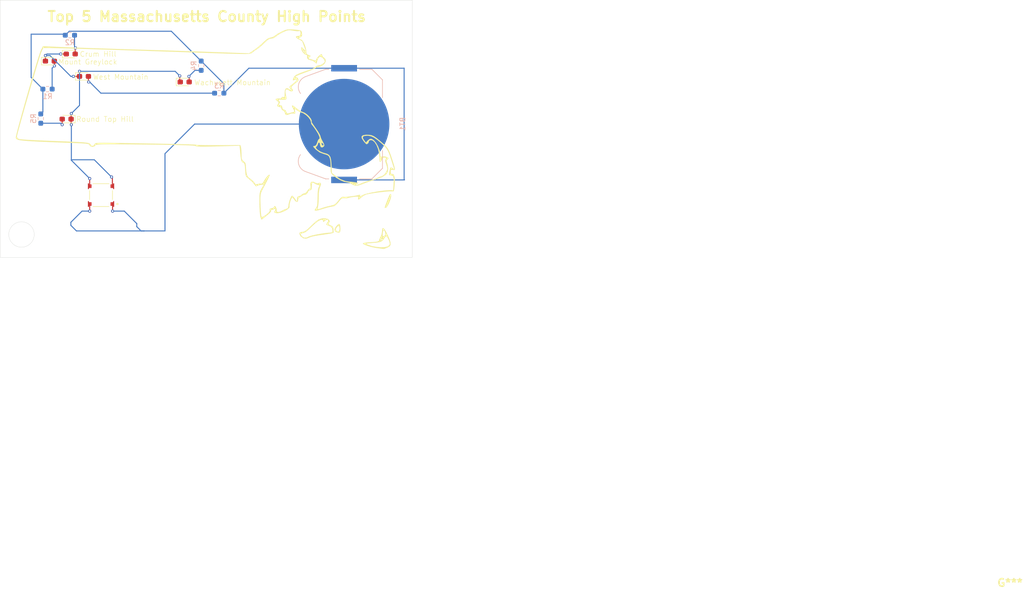
<source format=kicad_pcb>
(kicad_pcb (version 20241229) (generator "pcbnew") (generator_version "9.0")
  (title_block (title "Mass") (date "2025-07-16") (rev "0") (company "Scarab Tech LLC"))
  (layers (0 "F.Cu" signal) (2 "B.Cu" signal) (13 "F.Paste" user) (15 "B.Paste" user) (5 "F.SilkS" user "F.Silkscreen") (7 "B.SilkS" user "B.Silkscreen") (1 "F.Mask" user) (3 "B.Mask" user) (25 "Edge.Cuts" user))
  (net 0 "")
  (net 1 "Net-(D1-A)")
  (net 2 "Net-(D1-K)")
  (net 3 "Net-(D2-A)")
  (net 4 "Net-(D3-A)")
  (net 5 "Net-(D4-A)")
  (net 6 "Net-(D5-A)")
  (net 7 "VCC")
  (net 8 "GND")
  (footprint "TL3315NF160Q:SW_TL3315NF160Q" (layer "F.Cu") (at 142.43 130.55 180)
    (property "Reference" "S1" (hide yes))
    (property "Value" "TL3315NF160Q")
    (fp_line (start 2.25 -0.88) (end 2.25 0.88) (stroke (width 0.127)) (layer "F.SilkS"))
    (fp_line (start -1.555 2.25) (end 1.555 2.25) (stroke (width 0.127)) (layer "F.SilkS"))
    (fp_line (start -1.555 -2.25) (end 1.555 -2.25) (stroke (width 0.127)) (layer "F.SilkS"))
    (fp_line (start -2.25 -0.88) (end -2.25 0.88) (stroke (width 0.127)) (layer "F.SilkS"))
    (fp_circle (center -3.226 -1.75) (end -3.126 -1.75) (stroke (width 0.2)) (fill no) (layer "F.SilkS"))
    (pad "1" smd custom (at -2.23 -1.75 180) (size 0.5 0.5) (layers "F.Cu") (net 8 "GND") (options (clearance outline) (anchor rect)) (primitives (gr_poly (pts (xy -0.145 0.55) (xy -0.345 0.55) (xy -0.345 -0.55) (xy -0.145 -0.55) (xy -0.145 -0.35) (xy 0.355 -0.35) (xy 0.355 0.35) (xy -0.145 0.35)) (width 0.01) (fill yes))))
    (pad "2" smd custom (at 2.23 -1.75 180) (size 0.5 0.5) (layers "F.Cu") (net 8 "GND") (options (clearance outline) (anchor rect)) (primitives (gr_poly (pts (xy 0.145 0.35) (xy -0.355 0.35) (xy -0.355 -0.35) (xy 0.145 -0.35) (xy 0.145 -0.55) (xy 0.345 -0.55) (xy 0.345 0.55) (xy 0.145 0.55)) (width 0.01) (fill yes))))
    (pad "3" smd custom (at -2.23 1.75 180) (size 0.5 0.5) (layers "F.Cu") (net 2 "Net-(D1-K)") (options (clearance outline) (anchor rect)) (primitives (gr_poly (pts (xy -0.145 0.55) (xy -0.345 0.55) (xy -0.345 -0.55) (xy -0.145 -0.55) (xy -0.145 -0.35) (xy 0.355 -0.35) (xy 0.355 0.35) (xy -0.145 0.35)) (width 0.01) (fill yes))))
    (pad "4" smd custom (at 2.23 1.75 180) (size 0.5 0.5) (layers "F.Cu") (net 2 "Net-(D1-K)") (options (clearance outline) (anchor rect)) (primitives (gr_poly (pts (xy 0.145 0.35) (xy -0.355 0.35) (xy -0.355 -0.35) (xy 0.145 -0.35) (xy 0.145 -0.55) (xy 0.345 -0.55) (xy 0.345 0.55) (xy 0.145 0.55)) (width 0.01) (fill yes))))
  )
  (footprint "LED_SMD:LED_0603_1608Metric_Pad1.05x0.95mm_HandSolder" (layer "F.Cu") (at 158.875 108.3)
    (property "Reference" "D4" (hide yes))
    (property "Value" "LED")
    (fp_line (start -1.66 -0.735) (end -1.66 0.735) (stroke (width 0.12)) (layer "F.SilkS"))
    (fp_line (start -1.66 0.735) (end 0.8 0.735) (stroke (width 0.12)) (layer "F.SilkS"))
    (fp_line (start 0.8 -0.735) (end -1.66 -0.735) (stroke (width 0.12)) (layer "F.SilkS"))
    (pad "1" smd roundrect (at -0.875 0) (size 1.05 0.95) (layers "F.Cu" "F.Mask" "F.Paste") (net 2 "Net-(D1-K)"))
    (pad "2" smd roundrect (at 0.875 0) (size 1.05 0.95) (layers "F.Cu" "F.Mask" "F.Paste") (net 5 "Net-(D4-A)"))
  )
  (footprint "LED_SMD:LED_0603_1608Metric_Pad1.05x0.95mm_HandSolder" (layer "F.Cu") (at 132.376126 104.2)
    (property "Reference" "D1" (hide yes))
    (property "Value" "LED")
    (fp_line (start -1.66 -0.735) (end -1.66 0.735) (stroke (width 0.12)) (layer "F.SilkS"))
    (fp_line (start -1.66 0.735) (end 0.8 0.735) (stroke (width 0.12)) (layer "F.SilkS"))
    (fp_line (start 0.8 -0.735) (end -1.66 -0.735) (stroke (width 0.12)) (layer "F.SilkS"))
    (pad "1" smd roundrect (at -0.875 0) (size 1.05 0.95) (layers "F.Cu" "F.Mask" "F.Paste") (net 2 "Net-(D1-K)"))
    (pad "2" smd roundrect (at 0.875 0) (size 1.05 0.95) (layers "F.Cu" "F.Mask" "F.Paste") (net 1 "Net-(D1-A)"))
  )
  (footprint "LED_SMD:LED_0603_1608Metric_Pad1.05x0.95mm_HandSolder" (layer "F.Cu") (at 135.675 115.6 180)
    (property "Reference" "D5" (hide yes))
    (property "Value" "LED")
    (fp_line (start 0.8 -0.735) (end -1.66 -0.735) (stroke (width 0.12)) (layer "F.SilkS"))
    (fp_line (start -1.66 0.735) (end 0.8 0.735) (stroke (width 0.12)) (layer "F.SilkS"))
    (fp_line (start -1.66 -0.735) (end -1.66 0.735) (stroke (width 0.12)) (layer "F.SilkS"))
    (pad "1" smd roundrect (at -0.875 0 180) (size 1.05 0.95) (layers "F.Cu" "F.Mask" "F.Paste") (net 2 "Net-(D1-K)"))
    (pad "2" smd roundrect (at 0.875 0 180) (size 1.05 0.95) (layers "F.Cu" "F.Mask" "F.Paste") (net 6 "Net-(D5-A)"))
  )
  (footprint "LED_SMD:LED_0603_1608Metric_Pad1.05x0.95mm_HandSolder" (layer "F.Cu") (at 136.475 102.8)
    (property "Reference" "D2" (hide yes))
    (property "Value" "LED")
    (fp_line (start -1.66 -0.735) (end -1.66 0.735) (stroke (width 0.12)) (layer "F.SilkS"))
    (fp_line (start -1.66 0.735) (end 0.8 0.735) (stroke (width 0.12)) (layer "F.SilkS"))
    (fp_line (start 0.8 -0.735) (end -1.66 -0.735) (stroke (width 0.12)) (layer "F.SilkS"))
    (pad "1" smd roundrect (at -0.875 0) (size 1.05 0.95) (layers "F.Cu" "F.Mask" "F.Paste") (net 2 "Net-(D1-K)"))
    (pad "2" smd roundrect (at 0.875 0) (size 1.05 0.95) (layers "F.Cu" "F.Mask" "F.Paste") (net 3 "Net-(D2-A)"))
  )
  (footprint "Massachusetts:Mass_Outline" (layer "F.Cu") (at 321.080166 206.806759)
    (property "Reference" "G***" (at 0 0 0) (layer "F.SilkS") (effects (font (size 1.5 1.5) (thickness 0.3))))
    (property "Value" "LOGO" (hide yes))
    (fp_poly (pts (xy -131.653115 -70.284049) (xy -131.605917 -69.672097) (xy -131.605295 -69.594296) (xy -131.625289 -69.136213) (xy -131.722749 -68.925668) (xy -131.947272 -68.8704) (xy -131.994766 -68.8698) (xy -132.395506 -68.954008) (xy -132.59141 -69.074363) (xy -132.772039 -69.366867) (xy -132.747405 -69.51049) (xy -132.517183 -69.51049) (xy -132.429306 -69.264974) (xy -132.124657 -69.037326) (xy -131.89298 -69.124405) (xy -131.778356 -69.501224) (xy -131.773155 -69.636914) (xy -131.827007 -70.086174) (xy -131.984874 -70.21189) (xy -132.241222 -70.011926) (xy -132.355278 -69.861619) (xy -132.517183 -69.51049) (xy -132.747405 -69.51049) (xy -132.714028 -69.705093) (xy -132.401404 -70.163992) (xy -132.344612 -70.232403) (xy -132.009843 -70.553311) (xy -131.78355 -70.574157)) (fill yes) (layer "F.SilkS"))
    (fp_poly (pts (xy -121.622208 -76.325876) (xy -121.62055 -75.989098) (xy -121.746395 -75.468697) (xy -121.956814 -74.876333) (xy -122.208876 -74.323665) (xy -122.459652 -73.922353) (xy -122.593448 -73.79969) (xy -122.842574 -73.717012) (xy -122.908725 -73.761193) (xy -122.84796 -74.00659) (xy -122.768458 -74.239598) (xy -122.567786 -74.239598) (xy -122.482551 -74.154363) (xy -122.397316 -74.239598) (xy -122.482551 -74.324833) (xy -122.567786 -74.239598) (xy -122.768458 -74.239598) (xy -122.691744 -74.464436) (xy -122.479198 -75.033918) (xy -122.249443 -75.614227) (xy -122.109531 -75.944296) (xy -121.885906 -75.944296) (xy -121.800672 -75.859061) (xy -121.715437 -75.944296) (xy -121.800672 -76.029531) (xy -121.885906 -75.944296) (xy -122.109531 -75.944296) (xy -122.0416 -76.104553) (xy -121.894789 -76.404084) (xy -121.868563 -76.441594) (xy -121.702537 -76.454218)) (fill yes) (layer "F.SilkS"))
    (fp_poly (pts (xy -134.137394 -71.586087) (xy -133.811352 -71.376623) (xy -133.703267 -71.093846) (xy -133.829619 -70.817157) (xy -133.965233 -70.634117) (xy -133.933935 -70.513842) (xy -133.678299 -70.376914) (xy -133.435235 -70.27173) (xy -133.079413 -70.026224) (xy -132.967881 -69.631833) (xy -132.966443 -69.555333) (xy -132.953518 -69.149581) (xy -132.923826 -68.917809) (xy -132.971141 -68.843389) (xy -133.19016 -68.764578) (xy -133.618518 -68.673984) (xy -134.293851 -68.564219) (xy -135.253797 -68.427892) (xy -135.779195 -68.357168) (xy -136.511369 -68.239433) (xy -137.149798 -68.100277) (xy -137.592172 -67.963375) (xy -137.690983 -67.914756) (xy -138.325356 -67.676781) (xy -138.919234 -67.757557) (xy -139.413329 -68.147319) (xy -139.456846 -68.205546) (xy -139.618168 -68.517427) (xy -139.395277 -68.517427) (xy -139.210545 -68.212493) (xy -139.189537 -68.188966) (xy -138.731352 -67.887389) (xy -138.203453 -67.919219) (xy -137.861452 -68.092541) (xy -137.535822 -68.22042) (xy -136.961548 -68.370185) (xy -136.228742 -68.525205) (xy -135.427517 -68.668847) (xy -134.647986 -68.784479) (xy -133.980262 -68.855471) (xy -133.650158 -68.8698) (xy -133.272328 -68.925028) (xy -133.140877 -69.125372) (xy -133.136913 -69.196797) (xy -133.228024 -69.732276) (xy -133.545358 -70.074034) (xy -133.930233 -70.242207) (xy -134.306298 -70.385425) (xy -134.404849 -70.515404) (xy -134.27712 -70.709256) (xy -134.256099 -70.732667) (xy -134.012064 -71.119848) (xy -134.036617 -71.362821) (xy -134.268891 -71.405128) (xy -134.648021 -71.190315) (xy -134.700336 -71.144721) (xy -134.931546 -70.957529) (xy -135.006182 -71.008724) (xy -135.012081 -71.144721) (xy -135.118813 -71.396062) (xy -135.416474 -71.408237) (xy -135.871261 -71.198471) (xy -136.449371 -70.783988) (xy -137.117002 -70.18201) (xy -137.33661 -69.960278) (xy -137.979267 -69.344766) (xy -138.499786 -68.948066) (xy -138.842992 -68.8016) (xy -139.278514 -68.703623) (xy -139.395277 -68.517427) (xy -139.618168 -68.517427) (xy -139.677125 -68.631408) (xy -139.603047 -68.898216) (xy -139.224066 -69.023129) (xy -138.945455 -69.037659) (xy -138.586746 -69.164384) (xy -138.071888 -69.549432) (xy -137.415777 -70.172927) (xy -136.857282 -70.705337) (xy -136.318914 -71.159853) (xy -135.887993 -71.464814) (xy -135.761693 -71.530381) (xy -135.178722 -71.687388) (xy -134.615237 -71.697816)) (fill yes) (layer "F.SilkS"))
    (fp_poly (pts (xy -122.991379 -69.620512) (xy -122.671724 -69.126671) (xy -122.308113 -68.399857) (xy -121.938496 -67.542485) (xy -121.749266 -66.922463) (xy -121.742398 -66.486607) (xy -121.919866 -66.181735) (xy -122.283648 -65.954665) (xy -122.400766 -65.905088) (xy -122.825922 -65.742887) (xy -123.089368 -65.657395) (xy -123.125262 -65.653277) (xy -123.300884 -65.683877) (xy -123.72224 -65.742136) (xy -124.272484 -65.812237) (xy -125.006994 -65.934109) (xy -125.745567 -66.108923) (xy -126.408231 -66.311434) (xy -126.915014 -66.516393) (xy -127.154647 -66.677511) (xy -126.523295 -66.677511) (xy -126.420451 -66.595119) (xy -126.232886 -66.508529) (xy -125.442026 -66.243664) (xy -124.543434 -66.069737) (xy -123.645327 -65.996118) (xy -122.85592 -66.032181) (xy -122.320102 -66.169646) (xy -122.000549 -66.4152) (xy -121.885906 -66.675272) (xy -121.952479 -67.013253) (xy -122.115378 -67.449005) (xy -122.319374 -67.863829) (xy -122.50924 -68.139029) (xy -122.589721 -68.18792) (xy -122.755028 -68.05592) (xy -122.986822 -67.733615) (xy -123.013902 -67.688658) (xy -123.240628 -67.369395) (xy -123.522488 -67.149913) (xy -123.931621 -67.004095) (xy -124.540167 -66.905823) (xy -125.380537 -66.831855) (xy -126.045492 -66.779889) (xy -126.41236 -66.733771) (xy -126.523295 -66.677511) (xy -127.154647 -66.677511) (xy -127.185945 -66.698554) (xy -127.207847 -66.738927) (xy -127.071013 -66.826885) (xy -126.64604 -66.908062) (xy -125.985723 -66.97378) (xy -125.651913 -66.994632) (xy -124.891291 -67.043399) (xy -124.408513 -67.10186) (xy -124.140525 -67.185028) (xy -124.024274 -67.307915) (xy -124.014158 -67.346671) (xy -123.719279 -67.346671) (xy -123.695961 -67.335571) (xy -123.540392 -67.455579) (xy -123.50537 -67.506041) (xy -123.46193 -67.665412) (xy -123.485248 -67.676511) (xy -123.640817 -67.556504) (xy -123.675839 -67.506041) (xy -123.719279 -67.346671) (xy -124.014158 -67.346671) (xy -124.003611 -67.387082) (xy -123.878427 -67.757658) (xy -123.689618 -68.105581) (xy -123.613088 -68.296279) (xy -123.301032 -68.296279) (xy -123.240582 -68.146436) (xy -123.063803 -68.196369) (xy -123.039635 -68.209092) (xy -122.792696 -68.394586) (xy -122.740583 -68.49224) (xy -122.799291 -68.844512) (xy -122.925208 -69.189398) (xy -123.060542 -69.376055) (xy -123.081172 -69.381209) (xy -123.179442 -69.230158) (xy -123.261219 -68.853791) (xy -123.277435 -68.714504) (xy -123.301032 -68.296279) (xy -123.613088 -68.296279) (xy -123.511056 -68.550521) (xy -123.422303 -69.109614) (xy -123.420135 -69.199391) (xy -123.370767 -69.660598) (xy -123.226121 -69.79973)) (fill yes) (layer "F.SilkS"))
    (fp_poly (pts (xy -140.865691 -108.831517) (xy -140.684469 -108.81798) (xy -139.989027 -108.754491) (xy -139.56182 -108.680476) (xy -139.330365 -108.573112) (xy -139.22218 -108.409575) (xy -139.204467 -108.351954) (xy -139.114066 -107.801441) (xy -139.223452 -107.458702) (xy -139.486913 -107.270077) (xy -139.87047 -107.092079) (xy -139.417798 -106.913435) (xy -139.09257 -106.689999) (xy -138.811324 -106.258324) (xy -138.595723 -105.747473) (xy -138.408768 -105.157651) (xy -138.304221 -104.64476) (xy -138.298747 -104.381275) (xy -138.276688 -104.08205) (xy -138.015031 -103.884352) (xy -137.854641 -103.82233) (xy -137.516116 -103.68764) (xy -137.466085 -103.573999) (xy -137.666705 -103.400422) (xy -137.876269 -103.2086) (xy -137.80451 -103.10797) (xy -137.739598 -103.087015) (xy -137.404279 -102.985659) (xy -136.946615 -102.839424) (xy -136.929866 -102.833943) (xy -136.550393 -102.735431) (xy -136.396017 -102.787909) (xy -136.375839 -102.901472) (xy -136.256974 -103.16714) (xy -135.974333 -103.512477) (xy -135.638854 -103.822587) (xy -135.361471 -103.982575) (xy -135.328128 -103.986578) (xy -135.198022 -103.84856) (xy -135.182551 -103.736871) (xy -135.0472 -103.465572) (xy -134.841611 -103.304699) (xy -134.532277 -102.983906) (xy -134.492091 -102.5583) (xy -134.706894 -102.11274) (xy -135.097634 -101.770274) (xy -135.52191 -101.555161) (xy -135.848269 -101.470913) (xy -135.907365 -101.478969) (xy -136.184618 -101.437194) (xy -136.461074 -101.264821) (xy -136.756434 -101.091592) (xy -137.294231 -100.846853) (xy -137.993028 -100.565615) (xy -138.634564 -100.33039) (xy -139.361224 -100.062206) (xy -139.951573 -99.818905) (xy -140.341224 -99.628758) (xy -140.467115 -99.525758) (xy -140.362752 -99.438906) (xy -140.305198 -99.463842) (xy -140.115311 -99.411175) (xy -139.942675 -99.189076) (xy -139.830525 -98.866742) (xy -139.957652 -98.655254) (xy -139.989886 -98.630275) (xy -140.273861 -98.406248) (xy -140.676702 -98.074266) (xy -140.799237 -97.971145) (xy -141.139416 -97.662317) (xy -141.24644 -97.463015) (xy -141.156566 -97.273821) (xy -141.08404 -97.190197) (xy -140.925479 -96.891356) (xy -141.017564 -96.701459) (xy -141.279393 -96.649979) (xy -141.630065 -96.76639) (xy -141.835625 -96.916382) (xy -142.139224 -97.073093) (xy -142.337051 -96.940704) (xy -142.404715 -96.561202) (xy -142.336693 -96.0539) (xy -142.214305 -95.475991) (xy -142.218618 -95.158041) (xy -142.397808 -95.028239) (xy -142.800051 -95.014772) (xy -143.026603 -95.025484) (xy -143.520856 -95.042311) (xy -143.732787 -95.009221) (xy -143.720103 -94.901196) (xy -143.612143 -94.771636) (xy -143.452051 -94.48507) (xy -143.524466 -94.361898) (xy -143.701596 -94.141522) (xy -143.580255 -93.96793) (xy -143.365101 -93.92886) (xy -143.097749 -93.828977) (xy -143.024162 -93.502686) (xy -142.943675 -93.167886) (xy -142.68647 -93.076511) (xy -142.369522 -92.923495) (xy -142.239263 -92.640169) (xy -142.096792 -92.332004) (xy -141.867642 -92.317036) (xy -141.852458 -92.323339) (xy -141.47429 -92.443123) (xy -141.106376 -92.523324) (xy -140.763269 -92.608498) (xy -140.669386 -92.761909) (xy -140.797528 -93.075926) (xy -140.893289 -93.246981) (xy -141.110775 -93.699974) (xy -141.105909 -93.89838) (xy -140.886253 -93.839363) (xy -140.459368 -93.520091) (xy -140.370403 -93.442962) (xy -139.860114 -93.049118) (xy -139.361265 -92.752734) (xy -139.0827 -92.6458) (xy -138.611129 -92.448726) (xy -138.124166 -92.099036) (xy -137.686496 -91.667581) (xy -137.362805 -91.225213) (xy -137.217777 -90.842785) (xy -137.258158 -90.647316) (xy -137.179597 -90.499739) (xy -136.94407 -90.140689) (xy -136.594638 -89.634789) (xy -136.405809 -89.368176) (xy -136.009435 -88.782351) (xy -135.705314 -88.27514) (xy -135.540175 -87.927002) (xy -135.52349 -87.848925) (xy -135.441006 -87.543703) (xy -135.231056 -87.083499) (xy -135.084465 -86.817057) (xy -134.830721 -86.337306) (xy -134.759387 -86.037106) (xy -134.849066 -85.822688) (xy -134.855701 -85.814567) (xy -135.177357 -85.610498) (xy -135.464941 -85.697539) (xy -135.606798 -86.034805) (xy -135.608725 -86.090299) (xy -135.667808 -86.427942) (xy -135.314984 -86.427942) (xy -135.253936 -86.197862) (xy -135.090007 -86.009012) (xy -134.985941 -86.01817) (xy -134.938383 -86.211283) (xy -135.028095 -86.36225) (xy -135.246309 -86.541455) (xy -135.314984 -86.427942) (xy -135.667808 -86.427942) (xy -135.672596 -86.455305) (xy -135.813309 -86.599185) (xy -135.954511 -86.483525) (xy -136.005505 -86.289912) (xy -136.147955 -85.940943) (xy -136.31437 -85.798836) (xy -136.433044 -85.63705) (xy -136.299895 -85.387553) (xy -135.975427 -85.099358) (xy -135.520143 -84.821475) (xy -134.994548 -84.602915) (xy -134.758663 -84.538631) (xy -134.200515 -84.375452) (xy -133.817752 -84.138478) (xy -133.573427 -83.764686) (xy -133.430595 -83.191054) (xy -133.352307 -82.35456) (xy -133.339524 -82.117922) (xy -133.265115 -80.620406) (xy -132.561752 -80.047405) (xy -131.583306 -79.395389) (xy -130.600032 -79.011416) (xy -129.919786 -78.917694) (xy -129.318455 -78.875046) (xy -128.677967 -78.784164) (xy -128.619464 -78.772974) (xy -128.199862 -78.682242) (xy -128.080154 -78.61068) (xy -128.225196 -78.514268) (xy -128.363759 -78.452664) (xy -128.603062 -78.315692) (xy -128.525568 -78.257081) (xy -128.512823 -78.256444) (xy -128.212009 -78.316143) (xy -127.725325 -78.481548) (xy -127.319534 -78.64751) (xy -126.598766 -78.926542) (xy -125.809929 -79.17834) (xy -125.465772 -79.268458) (xy -124.878893 -79.432316) (xy -124.388059 -79.615536) (xy -124.191936 -79.718936) (xy -123.806329 -79.904361) (xy -123.567828 -79.950337) (xy -123.2387 -80.09126) (xy -122.87653 -80.440366) (xy -122.569448 -80.887158) (xy -122.405586 -81.321139) (xy -122.397316 -81.417884) (xy -122.463514 -81.85603) (xy -122.625726 -82.380541) (xy -122.654225 -82.451324) (xy -122.806379 -82.92748) (xy -122.768112 -83.225915) (xy -122.72026 -83.29618) (xy -122.632474 -83.513399) (xy -122.796128 -83.628526) (xy -123.168138 -83.645252) (xy -123.395692 -83.427141) (xy -123.420135 -83.28531) (xy -123.539973 -82.995669) (xy -123.675839 -82.848323) (xy -123.823199 -82.768268) (xy -123.900948 -82.881428) (xy -123.930595 -83.246393) (xy -123.934132 -83.551947) (xy -124.009957 -84.460866) (xy -124.212793 -85.320529) (xy -124.51342 -86.070514) (xy -124.882619 -86.650402) (xy -125.291174 -86.99977) (xy -125.636242 -87.07173) (xy -125.956307 -86.953588) (xy -126.010801 -86.78475) (xy -126.093875 -86.504895) (xy -126.355213 -86.2913) (xy -126.488591 -86.260334) (xy -126.636205 -86.379676) (xy -126.91033 -86.684184) (xy -127.052905 -86.858152) (xy -127.404401 -87.40065) (xy -127.456795 -87.785089) (xy -127.20399 -88.023121) (xy -126.639891 -88.126394) (xy -126.385871 -88.132887) (xy -125.874766 -88.111605) (xy -125.440289 -88.023236) (xy -125.011255 -87.830994) (xy -124.516483 -87.498093) (xy -123.884791 -86.987748) (xy -123.451053 -86.61623) (xy -122.912506 -86.135002) (xy -122.513641 -85.718874) (xy -122.207411 -85.289061) (xy -121.946768 -84.766779) (xy -121.684666 -84.073243) (xy -121.379907 -83.147941) (xy -121.111962 -82.298013) (xy -120.949618 -81.723497) (xy -120.890623 -81.376375) (xy -120.932729 -81.208629) (xy -121.073683 -81.172239) (xy -121.289262 -81.213628) (xy -121.605991 -81.245132) (xy -121.710945 -81.076001) (xy -121.715437 -80.976403) (xy -121.693934 -80.574037) (xy -121.591579 -80.421705) (xy -121.368704 -80.426399) (xy -121.124666 -80.314413) (xy -120.968729 -79.900694) (xy -120.905897 -79.214166) (xy -120.941174 -78.283754) (xy -120.960702 -78.068316) (xy -121.028281 -77.451588) (xy -121.099834 -77.10716) (xy -121.207793 -76.967583) (xy -121.384587 -76.965405) (xy -121.480358 -76.987524) (xy -121.80141 -77.002065) (xy -122.377619 -76.968791) (xy -123.12815 -76.897745) (xy -123.972165 -76.798969) (xy -124.828828 -76.682506) (xy -125.617302 -76.558398) (xy -126.25675 -76.436688) (xy -126.591376 -76.352571) (xy -127.096808 -76.104172) (xy -127.516058 -75.768879) (xy -127.878804 -75.442159) (xy -128.098263 -75.36775) (xy -128.143337 -75.550216) (xy -128.110254 -75.68166) (xy -128.076123 -75.871384) (xy -128.180524 -75.955687) (xy -128.496108 -75.955702) (xy -128.908498 -75.913854) (xy -129.47111 -75.832873) (xy -129.916348 -75.737667) (xy -130.068457 -75.685491) (xy -130.415977 -75.618083) (xy -130.836584 -75.637009) (xy -131.158366 -75.647293) (xy -131.424415 -75.521868) (xy -131.728558 -75.200416) (xy -131.938044 -74.928926) (xy -132.320468 -74.484345) (xy -132.683562 -74.16931) (xy -132.874615 -74.074031) (xy -133.302755 -73.990674) (xy -133.733557 -73.908134) (xy -134.159268 -73.804612) (xy -134.77011 -73.629397) (xy -135.387985 -73.435198) (xy -136.111663 -73.227052) (xy -136.539157 -73.178002) (xy -136.676499 -73.28933) (xy -136.52972 -73.562316) (xy -136.445823 -73.659863) (xy -136.29416 -73.878625) (xy -136.195346 -74.181335) (xy -136.137671 -74.64102) (xy -136.109427 -75.330708) (xy -136.102519 -75.800873) (xy -136.074972 -76.674448) (xy -136.0151 -77.328699) (xy -135.928385 -77.712778) (xy -135.889431 -77.777416) (xy -135.705031 -78.064668) (xy -135.824519 -78.227043) (xy -135.992282 -78.25106) (xy -136.361459 -78.354844) (xy -136.621508 -78.506765) (xy -136.956441 -78.715201) (xy -137.141628 -78.676901) (xy -137.217815 -78.357157) (xy -137.228188 -77.989934) (xy -137.250496 -77.510548) (xy -137.343125 -77.283861) (xy -137.544635 -77.223113) (xy -137.569128 -77.22282) (xy -137.845679 -77.127228) (xy -137.910068 -76.993536) (xy -138.013531 -76.728954) (xy -138.249118 -76.463197) (xy -138.504619 -76.299951) (xy -138.647353 -76.31223) (xy -138.845506 -76.304727) (xy -139.059694 -76.168044) (xy -139.434897 -75.910754) (xy -139.656389 -75.805469) (xy -139.889643 -75.5625) (xy -139.912093 -75.317753) (xy -139.962532 -74.981373) (xy -140.165067 -74.894634) (xy -140.445318 -75.052331) (xy -140.687596 -75.372046) (xy -140.916042 -75.68353) (xy -141.098234 -75.776748) (xy -141.126747 -75.757908) (xy -141.286596 -75.46319) (xy -141.44605 -75.009512) (xy -141.569275 -74.527973) (xy -141.620434 -74.149672) (xy -141.600477 -74.024845) (xy -141.629878 -73.790017) (xy -141.911193 -73.50812) (xy -142.366443 -73.218161) (xy -142.917648 -72.959146) (xy -143.486827 -72.770081) (xy -143.996 -72.689975) (xy -144.231937 -72.708552) (xy -144.577281 -72.824431) (xy -144.613546 -72.966615) (xy -144.575238 -73.012414) (xy -144.403746 -73.329113) (xy -144.38792 -73.442216) (xy -144.43835 -73.594351) (xy -144.636157 -73.478682) (xy -144.939784 -73.36433) (xy -145.091301 -73.400538) (xy -145.228102 -73.418029) (xy -145.195529 -73.260836) (xy -145.246394 -73.019191) (xy -145.558686 -72.660353) (xy -146.104081 -72.198791) (xy -147.115312 -71.404323) (xy -147.306495 -71.884377) (xy -147.380923 -72.234812) (xy -147.445479 -72.84325) (xy -147.493609 -73.626773) (xy -147.518756 -74.50246) (xy -147.519644 -74.580538) (xy -147.524956 -75.497953) (xy -147.512297 -76.149857) (xy -147.470757 -76.611603) (xy -147.389421 -76.958547) (xy -147.257377 -77.266044) (xy -147.086639 -77.570533) (xy -146.631667 -78.344421) (xy -147.257109 -78.273012) (xy -147.705522 -78.177601) (xy -147.996446 -78.035715) (xy -148.019227 -78.010533) (xy -148.190566 -77.955338) (xy -148.360166 -78.150383) (xy -148.923493 -78.846414) (xy -149.721416 -79.528676) (xy -149.753563 -79.551946) (xy -150.012654 -79.762542) (xy -150.170524 -79.995192) (xy -150.258764 -80.342482) (xy -150.308967 -80.896995) (xy -150.327288 -81.233277) (xy -150.374882 -81.919843) (xy -150.444795 -82.33568) (xy -150.55579 -82.55098) (xy -150.700563 -82.629836) (xy -150.886161 -82.719113) (xy -151.022327 -82.913307) (xy -151.126269 -83.271449) (xy -151.215191 -83.852575) (xy -151.305217 -84.704418) (xy -151.425875 -85.96387) (xy -155.686677 -85.84028) (xy -157.137264 -85.803409) (xy -158.269872 -85.786829) (xy -159.106876 -85.790877) (xy -159.670654 -85.81589) (xy -159.98358 -85.862204) (xy -160.064571 -85.906148) (xy -160.218419 -85.952165) (xy -160.628318 -85.994394) (xy -161.305836 -86.033176) (xy -162.262542 -86.06885) (xy -163.510006 -86.101757) (xy -165.059797 -86.132237) (xy -166.923485 -86.160629) (xy -169.112639 -86.187274) (xy -169.926374 -86.195926) (xy -172.004907 -86.216671) (xy -173.768445 -86.232383) (xy -175.242899 -86.242602) (xy -176.454184 -86.24687) (xy -177.428211 -86.244727) (xy -178.190895 -86.235713) (xy -178.768147 -86.219369) (xy -179.185881 -86.195235) (xy -179.47001 -86.162852) (xy -179.646446 -86.121761) (xy -179.741103 -86.071502) (xy -179.7766 -86.021277) (xy -180.013319 -85.798917) (xy -180.385103 -85.742972) (xy -180.738523 -85.847297) (xy -180.912494 -86.066766) (xy -180.967056 -86.18117) (xy -181.093739 -86.268225) (xy -181.339174 -86.334259) (xy -181.749992 -86.385603) (xy -182.372824 -86.428583) (xy -183.2543 -86.469531) (xy -184.128685 -86.503289) (xy -186.342616 -86.58596) (xy -188.240702 -86.659064) (xy -189.847835 -86.724825) (xy -191.188904 -86.785467) (xy -192.2888 -86.843212) (xy -193.172415 -86.900285) (xy -193.864639 -86.958907) (xy -194.390362 -87.021303) (xy -194.774476 -87.089695) (xy -195.041872 -87.166308) (xy -195.21744 -87.253363) (xy -195.32607 -87.353084) (xy -195.392655 -87.467695) (xy -195.410332 -87.510954) (xy -195.385691 -87.726975) (xy -195.381664 -87.745111) (xy -195.187152 -87.745111) (xy -195.045192 -87.458281) (xy -194.794634 -87.293042) (xy -194.52819 -87.248789) (xy -193.967502 -87.196889) (xy -193.159106 -87.140224) (xy -192.149535 -87.081674) (xy -190.985323 -87.024121) (xy -189.713004 -86.970445) (xy -189.382218 -86.957923) (xy -187.454488 -86.885899) (xy -185.839507 -86.823093) (xy -184.509279 -86.767179) (xy -183.435808 -86.715829) (xy -182.591099 -86.666717) (xy -181.947155 -86.617517) (xy -181.475982 -86.565901) (xy -181.149584 -86.509544) (xy -180.939965 -86.446118) (xy -180.81913 -86.373297) (xy -180.759082 -86.288754) (xy -180.742723 -86.23991) (xy -180.543539 -85.97365) (xy -180.242539 -85.941602) (xy -179.983092 -86.141072) (xy -179.931686 -86.255157) (xy -179.889433 -86.353854) (xy -179.807531 -86.430357) (xy -179.648092 -86.486648) (xy -179.37323 -86.524713) (xy -178.945057 -86.546535) (xy -178.325687 -86.554098) (xy -177.477233 -86.549386) (xy -176.361808 -86.534382) (xy -175.019192 -86.512383) (xy -172.24371 -86.46489) (xy -169.793957 -86.42159) (xy -167.654754 -86.382122) (xy -165.81092 -86.346125) (xy -164.247276 -86.313236) (xy -162.948641 -86.283093) (xy -161.899836 -86.255335) (xy -161.08568 -86.229599) (xy -160.490994 -86.205525) (xy -160.100599 -86.18275) (xy -159.899313 -86.160912) (xy -159.866252 -86.151212) (xy -159.66387 -86.128129) (xy -159.168358 -86.108689) (xy -158.427512 -86.093653) (xy -157.489128 -86.083786) (xy -156.401003 -86.079848) (xy -155.487966 -86.08135) (xy -151.249216 -86.097727) (xy -151.145057 -85.708931) (xy -151.088593 -85.33132) (xy -151.049823 -84.754726) (xy -151.03857 -84.258629) (xy -151.021627 -83.655224) (xy -150.952317 -83.289883) (xy -150.797945 -83.060301) (xy -150.610068 -82.917882) (xy -150.272719 -82.559917) (xy -150.183893 -82.085396) (xy -150.159662 -81.562179) (xy -150.099131 -80.927857) (xy -150.074636 -80.735031) (xy -149.952419 -80.179846) (xy -149.710595 -79.799483) (xy -149.316057 -79.475333) (xy -148.873206 -79.110648) (xy -148.535383 -78.746492) (xy -148.462842 -78.636517) (xy -148.254239 -78.377838) (xy -147.996304 -78.40282) (xy -147.936459 -78.432874) (xy -147.52097 -78.530187) (xy -147.287493 -78.501847) (xy -147.034343 -78.506466) (xy -146.802726 -78.741851) (xy -146.630193 -79.04643) (xy -146.346636 -79.513875) (xy -146.022046 -79.925297) (xy -145.724828 -80.206456) (xy -145.523388 -80.283116) (xy -145.502928 -80.269818) (xy -145.505933 -80.162817) (xy -145.605448 -79.900267) (xy -145.817047 -79.449673) (xy -146.156303 -78.778539) (xy -146.638789 -77.854368) (xy -146.872422 -77.412147) (xy -147.115559 -76.915533) (xy -147.258149 -76.482481) (xy -147.323224 -75.992566) (xy -147.333817 -75.325364) (xy -147.328872 -75.02557) (xy -147.297568 -74.033054) (xy -147.248906 -73.136246) (xy -147.188601 -72.424374) (xy -147.139283 -72.066108) (xy -147.041369 -71.949834) (xy -146.794985 -72.021563) (xy -146.35671 -72.298446) (xy -146.120682 -72.468471) (xy -145.67576 -72.840134) (xy -145.493654 -73.126641) (xy -145.501942 -73.32082) (xy -145.511069 -73.563484) (xy -145.271681 -73.641112) (xy -145.18476 -73.642954) (xy -144.805296 -73.756313) (xy -144.649688 -73.941276) (xy -144.543797 -74.137419) (xy -144.410705 -74.064173) (xy -144.289711 -73.907601) (xy -144.133224 -73.533204) (xy -144.138503 -73.282204) (xy -144.107591 -73.018715) (xy -143.856589 -72.917482) (xy -143.47204 -72.991712) (xy -143.194631 -73.138186) (xy -142.70467 -73.394825) (xy -142.299665 -73.536108) (xy -141.942087 -73.705021) (xy -141.831742 -74.033977) (xy -141.830873 -74.082963) (xy -141.779169 -74.533713) (xy -141.647295 -75.062419) (xy -141.47011 -75.57249) (xy -141.282471 -75.967337) (xy -141.119235 -76.150371) (xy -141.084494 -76.151153) (xy -140.873013 -75.979395) (xy -140.585949 -75.630889) (xy -140.509732 -75.522388) (xy -140.126175 -74.956293) (xy -140.126175 -75.492912) (xy -140.074048 -75.883862) (xy -139.886927 -76.02433) (xy -139.811656 -76.029531) (xy -139.461202 -76.149264) (xy -139.198995 -76.358974) (xy -138.898588 -76.577298) (xy -138.677805 -76.602826) (xy -138.449455 -76.677465) (xy -138.182208 -76.981419) (xy -138.145657 -77.040497) (xy -137.881178 -77.389676) (xy -137.637625 -77.560381) (xy -137.609884 -77.563759) (xy -137.46791 -77.662924) (xy -137.468336 -78.000345) (xy -137.494803 -78.158603) (xy -137.49169 -78.652748) (xy -137.27028 -78.894773) (xy -136.858465 -78.86842) (xy -136.534224 -78.718538) (xy -136.136569 -78.555223) (xy -135.887424 -78.631919) (xy -135.881054 -78.638142) (xy -135.644844 -78.73157) (xy -135.503813 -78.635089) (xy -135.415348 -78.395855) (xy -135.536968 -78.001372) (xy -135.589048 -77.892925) (xy -135.758212 -77.3591) (xy -135.846837 -76.57375) (xy -135.86443 -75.843968) (xy -135.883094 -75.107842) (xy -135.932782 -74.456241) (xy -136.004041 -73.999161) (xy -136.030681 -73.909756) (xy -136.114093 -73.612362) (xy -136.034513 -73.491935) (xy -135.741898 -73.536502) (xy -135.228618 -73.717856) (xy -134.681221 -73.893985) (xy -133.996085 -74.071721) (xy -133.618792 -74.1534) (xy -132.988059 -74.315503) (xy -132.566132 -74.543225) (xy -132.220933 -74.908325) (xy -132.214995 -74.916091) (xy -131.746875 -75.497489) (xy -131.410288 -75.827288) (xy -131.158784 -75.944683) (xy -131.01864 -75.925542) (xy -130.74213 -75.906353) (xy -130.234111 -75.93706) (xy -129.598182 -76.004771) (xy -128.937941 -76.096592) (xy -128.356988 -76.199628) (xy -127.958921 -76.300986) (xy -127.936871 -76.309098) (xy -127.712681 -76.348109) (xy -127.725462 -76.162237) (xy -127.732784 -76.142759) (xy -127.762469 -75.984784) (xy -127.621057 -76.030323) (xy -127.361514 -76.211745) (xy -126.998536 -76.377635) (xy -126.374395 -76.560531) (xy -125.567401 -76.745834) (xy -124.655861 -76.918943) (xy -123.718085 -77.065258) (xy -122.832381 -77.170179) (xy -122.077058 -77.219104) (xy -121.949013 -77.220884) (xy -121.245005 -77.22282) (xy -121.168797 -78.276381) (xy -121.128793 -79.10712) (xy -121.16146 -79.653995) (xy -121.280988 -79.969027) (xy -121.501567 -80.10424) (xy -121.671862 -80.120806) (xy -121.937083 -80.145723) (xy -122.038571 -80.282819) (xy -122.017901 -80.625617) (xy -121.9867 -80.829043) (xy -121.873628 -81.408094) (xy -121.746597 -81.687809) (xy -121.567783 -81.708955) (xy -121.328668 -81.538287) (xy -121.089434 -81.351433) (xy -121.043339 -81.401171) (xy -121.072848 -81.496721) (xy -121.166805 -81.776053) (xy -121.332367 -82.28641) (xy -121.539048 -82.933522) (xy -121.612891 -83.166742) (xy -121.916145 -84.084749) (xy -122.18404 -84.758871) (xy -122.466567 -85.275305) (xy -122.813716 -85.720252) (xy -123.275478 -86.179908) (xy -123.455666 -86.344232) (xy -124.28175 -87.050082) (xy -124.953826 -87.525887) (xy -125.533611 -87.805615) (xy -126.082818 -87.923236) (xy -126.34086 -87.932277) (xy -126.918168 -87.87537) (xy -127.183162 -87.707408) (xy -127.153066 -87.40476) (xy -126.956521 -87.087718) (xy -126.602922 -86.609449) (xy -126.223274 -87.019096) (xy -125.802081 -87.322914) (xy -125.482435 -87.334289) (xy -125.034807 -87.065939) (xy -124.592531 -86.546166) (xy -124.202691 -85.861922) (xy -123.912367 -85.100159) (xy -123.76864 -84.34783) (xy -123.761074 -84.155179) (xy -123.723023 -83.845408) (xy -123.546925 -83.801127) (xy -123.377517 -83.856113) (xy -122.838455 -83.878504) (xy -122.50959 -83.752951) (xy -122.194054 -83.57047) (xy -122.154643 -83.437547) (xy -122.332375 -83.280739) (xy -122.5333 -83.068624) (xy -122.513295 -82.796899) (xy -122.433188 -82.603272) (xy -122.299685 -82.13592) (xy -122.229828 -81.5511) (xy -122.226846 -81.421024) (xy -122.277701 -80.916353) (xy -122.457333 -80.500803) (xy -122.806343 -80.144504) (xy -123.365331 -79.817582) (xy -124.174898 -79.490163) (xy -125.275645 -79.132376) (xy -125.380537 -79.100631) (xy -126.104516 -78.86296) (xy -126.847872 -78.589042) (xy -127.227221 -78.433765) (xy -128.070446 -78.145586) (xy -128.73288 -78.108005) (xy -129.264462 -78.320614) (xy -129.386578 -78.416108) (xy -129.83911 -78.668868) (xy -130.266868 -78.757048) (xy -130.884642 -78.871648) (xy -131.630047 -79.180913) (xy -132.395141 -79.633045) (xy -132.901617 -80.02143) (xy -133.241273 -80.329881) (xy -133.432266 -80.590861) (xy -133.514237 -80.915675) (xy -133.526831 -81.415627) (xy -133.519721 -81.756859) (xy -133.535453 -82.455875) (xy -133.604583 -83.104309) (xy -133.697749 -83.512586) (xy -133.858524 -83.86) (xy -134.09836 -84.078741) (xy -134.519567 -84.241742) (xy -134.841611 -84.328025) (xy -135.683882 -84.644336) (xy -136.389244 -85.172892) (xy -136.458567 -85.240608) (xy -136.828024 -85.621999) (xy -136.971588 -85.825704) (xy -136.913587 -85.905624) (xy -136.763732 -85.916779) (xy -136.485982 -86.000939) (xy -136.286648 -86.3049) (xy -136.185229 -86.598659) (xy -136.027886 -87.0205) (xy -135.878553 -87.259958) (xy -135.837447 -87.280538) (xy -135.692493 -87.407052) (xy -135.745624 -87.758467) (xy -135.983025 -88.292586) (xy -136.388417 -88.963523) (xy -136.748587 -89.485002) (xy -137.04965 -89.888732) (xy -137.231493 -90.094489) (xy -137.240766 -90.101063) (xy -137.360027 -90.32808) (xy -137.398658 -90.641154) (xy -137.534875 -91.048761) (xy -137.885023 -91.526372) (xy -138.361345 -91.985169) (xy -138.876086 -92.336331) (xy -139.204172 -92.468545) (xy -139.700813 -92.660646) (xy -140.127327 -92.906862) (xy -140.57545 -93.225953) (xy -140.49922 -92.706568) (xy -140.473293 -92.354621) (xy -140.579605 -92.255659) (xy -140.777472 -92.299691) (xy -141.180108 -92.306411) (xy -141.609266 -92.1711) (xy -142.111439 -92.003907) (xy -142.417389 -92.100946) (xy -142.512752 -92.424797) (xy -142.660192 -92.751172) (xy -142.853692 -92.856648) (xy -143.132254 -93.065079) (xy -143.194631 -93.266863) (xy -143.305937 -93.521767) (xy -143.620806 -93.58792) (xy -143.964739 -93.688167) (xy -144.028856 -93.943528) (xy -143.833893 -94.24491) (xy -143.737451 -94.438928) (xy -143.894329 -94.657687) (xy -144.045868 -94.779836) (xy -144.3176 -95.010101) (xy -144.328221 -95.136402) (xy -144.171173 -95.216023) (xy -143.75288 -95.271682) (xy -143.533023 -95.242559) (xy -143.250028 -95.258315) (xy -143.194631 -95.4053) (xy -143.083448 -95.579158) (xy -142.868117 -95.552902) (xy -142.670989 -95.526502) (xy -142.580399 -95.663086) (xy -142.56392 -96.037622) (xy -142.569795 -96.242597) (xy -142.51993 -96.872588) (xy -142.332536 -97.234599) (xy -142.031555 -97.306028) (xy -141.670382 -97.091582) (xy -141.402179 -96.920618) (xy -141.319336 -96.992158) (xy -141.462607 -97.239949) (xy -141.532551 -97.315638) (xy -141.649363 -97.533196) (xy -141.47978 -97.733289) (xy -140.802825 -98.260535) (xy -140.380434 -98.626483) (xy -140.183593 -98.859107) (xy -140.181744 -98.984876) (xy -140.40893 -99.008308) (xy -140.645337 -98.907204) (xy -140.901564 -98.793625) (xy -140.961296 -98.913595) (xy -140.829917 -99.290695) (xy -140.765437 -99.433087) (xy -140.578569 -99.698311) (xy -140.243936 -99.938113) (xy -139.693815 -100.192989) (xy -139.146187 -100.401355) (xy -138.454665 -100.647053) (xy -137.841845 -100.855568) (xy -137.411085 -100.992029) (xy -137.326182 -101.015387) (xy -136.879831 -101.227232) (xy -136.617669 -101.444863) (xy -136.234317 -101.699218) (xy -135.917246 -101.770471) (xy -135.45813 -101.866416) (xy -135.022158 -102.102455) (xy -134.728887 -102.400892) (xy -134.671141 -102.58026) (xy -134.788071 -102.868193) (xy -135.071147 -103.209934) (xy -135.087856 -103.225627) (xy -135.486762 -103.468468) (xy -135.809411 -103.38258) (xy -136.060262 -102.965571) (xy -136.154861 -102.653582) (xy -136.296334 -102.0877) (xy -136.70311 -102.440495) (xy -137.113737 -102.694963) (xy -137.489103 -102.79329) (xy -137.913418 -102.912302) (xy -138.155965 -103.206142) (xy -138.150475 -103.538797) (xy -138.154768 -103.774982) (xy -138.264399 -103.816108) (xy -138.614533 -103.957331) (xy -138.967317 -104.299422) (xy -139.216952 -104.72002) (xy -139.238792 -104.821232) (xy -139.044272 -104.821232) (xy -139.038909 -104.758796) (xy -138.915773 -104.548358) (xy -138.721689 -104.29689) (xy -138.608547 -104.254094) (xy -138.652612 -104.416421) (xy -138.834232 -104.629899) (xy -139.044272 -104.821232) (xy -139.238792 -104.821232) (xy -139.273826 -104.983593) (xy -139.273826 -105.409767) (xy -138.832769 -104.996495) (xy -138.391712 -104.583222) (xy -138.747448 -105.520806) (xy -138.937418 -106.027549) (xy -139.066521 -106.383516) (xy -139.10327 -106.497543) (xy -139.239907 -106.59057) (xy -139.585528 -106.780885) (xy -139.791256 -106.887636) (xy -140.227678 -107.16901) (xy -140.358132 -107.393876) (xy -140.17974 -107.533958) (xy -139.86041 -107.566444) (xy -139.566237 -107.62093) (xy -139.455774 -107.852373) (xy -139.444296 -108.096092) (xy -139.479686 -108.455507) (xy -139.616721 -108.546716) (xy -139.729486 -108.516302) (xy -140.051213 -108.487556) (xy -140.564742 -108.533041) (xy -140.918926 -108.594585) (xy -141.446847 -108.685514) (xy -141.854838 -108.680718) (xy -142.287761 -108.56003) (xy -142.836279 -108.327652) (xy -143.436489 -108.021561) (xy -143.958762 -107.69192) (xy -144.233602 -107.464016) (xy -144.770339 -107.116818) (xy -145.14854 -107.055035) (xy -145.514618 -106.991391) (xy -145.901038 -106.766516) (xy -146.389083 -106.329493) (xy -146.525201 -106.192651) (xy -147.052173 -105.69204) (xy -147.585977 -105.243278) (xy -147.967786 -104.971786) (xy -148.463949 -104.644854) (xy -148.899461 -104.312516) (xy -148.94715 -104.271013) (xy -149.038336 -104.194197) (xy -149.144246 -104.13086) (xy -149.293866 -104.080835) (xy -149.516184 -104.043953) (xy -149.840187 -104.020045) (xy -150.294863 -104.008942) (xy -150.909198 -104.010476) (xy -151.71218 -104.024479) (xy -152.732797 -104.050781) (xy -154.000036 -104.089214) (xy -155.542884 -104.13961) (xy -157.390329 -104.201799) (xy -157.896814 -104.218954) (xy -161.815415 -104.351217) (xy -165.505862 -104.474785) (xy -168.958914 -104.589366) (xy -172.165331 -104.694672) (xy -175.115875 -104.790411) (xy -177.801303 -104.876296) (xy -180.212378 -104.952036) (xy -182.339859 -105.017341) (xy -184.174505 -105.071921) (xy -185.707077 -105.115487) (xy -186.928336 -105.14775) (xy -187.82904 -105.168419) (xy -188.399951 -105.177204) (xy -188.467841 -105.177503) (xy -190.015547 -105.179867) (xy -190.385823 -104.370135) (xy -190.500431 -104.059657) (xy -190.692552 -103.469608) (xy -190.950857 -102.639215) (xy -191.264018 -101.607702) (xy -191.620707 -100.414297) (xy -192.009594 -99.098225) (xy -192.419351 -97.698712) (xy -192.83865 -96.254985) (xy -193.256162 -94.80627) (xy -193.660558 -93.391793) (xy -194.04051 -92.05078) (xy -194.38469 -90.822456) (xy -194.681768 -89.746049) (xy -194.920417 -88.860784) (xy -195.089307 -88.205887) (xy -195.177111 -87.820584) (xy -195.187152 -87.745111) (xy -195.381664 -87.745111) (xy -195.273648 -88.231594) (xy -195.085055 -88.986934) (xy -194.830763 -89.955117) (xy -194.521625 -91.098267) (xy -194.168493 -92.378506) (xy -193.782218 -93.757958) (xy -193.373653 -95.198744) (xy -192.95365 -96.662988) (xy -192.533059 -98.112813) (xy -192.122735 -99.510342) (xy -191.733527 -100.817697) (xy -191.376289 -101.997001) (xy -191.061872 -103.010378) (xy -190.801128 -103.81995) (xy -190.60491 -104.387839) (xy -190.502511 -104.640983) (xy -190.062676 -105.551093) (xy -187.894761 -105.447785) (xy -186.852555 -105.401675) (xy -185.503467 -105.347743) (xy -183.881435 -105.287142) (xy -182.020399 -105.221025) (xy -179.954298 -105.150548) (xy -177.71707 -105.076864) (xy -175.342654 -105.001127) (xy -172.86499 -104.924491) (xy -170.318017 -104.84811) (xy -169.873155 -104.835016) (xy -168.271539 -104.786737) (xy -166.416648 -104.728686) (xy -164.395911 -104.663732) (xy -162.296757 -104.594742) (xy -160.206615 -104.524584) (xy -158.212916 -104.456125) (xy -156.730553 -104.403952) (xy -149.554394 -104.148013) (xy -148.548003 -104.82332) (xy -147.862551 -105.331307) (xy -147.142238 -105.938706) (xy -146.69567 -106.362065) (xy -146.123267 -106.890702) (xy -145.678357 -107.165225) (xy -145.387609 -107.225504) (xy -144.951423 -107.334343) (xy -144.482032 -107.60159) (xy -144.415916 -107.654281) (xy -143.965071 -107.971318) (xy -143.36424 -108.317249) (xy -142.98718 -108.503864) (xy -142.478321 -108.717034) (xy -142.039877 -108.831137) (xy -141.544712 -108.863517)) (fill yes) (layer "F.SilkS"))
  )
  (footprint "LED_SMD:LED_0603_1608Metric_Pad1.05x0.95mm_HandSolder" (layer "F.Cu") (at 139.075 107.2)
    (property "Reference" "D3" (hide yes))
    (property "Value" "LED")
    (fp_line (start -1.66 -0.735) (end -1.66 0.735) (stroke (width 0.12)) (layer "F.SilkS"))
    (fp_line (start -1.66 0.735) (end 0.8 0.735) (stroke (width 0.12)) (layer "F.SilkS"))
    (fp_line (start 0.8 -0.735) (end -1.66 -0.735) (stroke (width 0.12)) (layer "F.SilkS"))
    (pad "1" smd roundrect (at -0.875 0) (size 1.05 0.95) (layers "F.Cu" "F.Mask" "F.Paste") (net 2 "Net-(D1-K)"))
    (pad "2" smd roundrect (at 0.875 0) (size 1.05 0.95) (layers "F.Cu" "F.Mask" "F.Paste") (net 4 "Net-(D3-A)"))
  )
  (footprint "Resistor_SMD:R_0603_1608Metric_Pad0.98x0.95mm_HandSolder" (layer "B.Cu") (at 162.1125 105.1 -90)
    (property "Reference" "R4" (at 0 1.43 90) (layer "B.SilkS") (effects (justify mirror)))
    (property "Value" "R")
    (fp_line (start -0.254724 0.5225) (end 0.254724 0.5225) (stroke (width 0.12)) (layer "B.SilkS"))
    (fp_line (start -0.254724 -0.5225) (end 0.254724 -0.5225) (stroke (width 0.12)) (layer "B.SilkS"))
    (pad "1" smd roundrect (at -0.9125 0 270) (size 0.975 0.95) (layers "B.Cu" "B.Mask" "B.Paste") (net 7 "VCC"))
    (pad "2" smd roundrect (at 0.9125 0 270) (size 0.975 0.95) (layers "B.Cu" "B.Mask" "B.Paste") (net 5 "Net-(D4-A)"))
  )
  (footprint "Resistor_SMD:R_0603_1608Metric_Pad0.98x0.95mm_HandSolder" (layer "B.Cu") (at 130.5875 115.5 -90)
    (property "Reference" "R5" (at 0 1.43 90) (layer "B.SilkS") (effects (justify mirror)))
    (property "Value" "R")
    (fp_line (start -0.254724 0.5225) (end 0.254724 0.5225) (stroke (width 0.12)) (layer "B.SilkS"))
    (fp_line (start -0.254724 -0.5225) (end 0.254724 -0.5225) (stroke (width 0.12)) (layer "B.SilkS"))
    (pad "1" smd roundrect (at -0.9125 0 270) (size 0.975 0.95) (layers "B.Cu" "B.Mask" "B.Paste") (net 7 "VCC"))
    (pad "2" smd roundrect (at 0.9125 0 270) (size 0.975 0.95) (layers "B.Cu" "B.Mask" "B.Paste") (net 6 "Net-(D5-A)"))
  )
  (footprint "Battery:BatteryHolder_Keystone_3034_1x20mm" (layer "B.Cu") (at 190.2 116.58 90)
    (property "Reference" "BT1" (at 0 11.5 90) (layer "B.SilkS") (effects (justify mirror)))
    (property "Value" "Battery_Cell")
    (fp_line (start 10.78 -3.63) (end 9.34 -7.58) (stroke (width 0.12)) (layer "B.SilkS"))
    (fp_line (start -10.78 -3.63) (end -9.34 -7.58) (stroke (width 0.12)) (layer "B.SilkS"))
    (fp_line (start 10.78 -3) (end 10.78 -3.63) (stroke (width 0.12)) (layer "B.SilkS"))
    (fp_line (start -10.78 -3) (end -10.78 -3.63) (stroke (width 0.12)) (layer "B.SilkS"))
    (fp_line (start 10.78 5.46) (end 10.78 3) (stroke (width 0.12)) (layer "B.SilkS"))
    (fp_line (start -10.78 5.46) (end -10.78 3) (stroke (width 0.12)) (layer "B.SilkS"))
    (fp_line (start 8.7 7.54) (end 10.78 5.46) (stroke (width 0.12)) (layer "B.SilkS"))
    (fp_line (start 8.7 7.54) (end 5.2 7.54) (stroke (width 0.12)) (layer "B.SilkS"))
    (fp_line (start -5.2 7.54) (end -8.7 7.54) (stroke (width 0.12)) (layer "B.SilkS"))
    (fp_line (start -8.7 7.54) (end -10.78 5.46) (stroke (width 0.12)) (layer "B.SilkS"))
    (fp_arc (start 6 -8.55) (mid 7.90634 -8.911669) (end 9.325243 -7.588169) (stroke (width 0.12)) (layer "B.SilkS"))
    (fp_arc (start -9.34 -7.58) (mid -7.921654 -8.918738) (end -6.003354 -8.56653) (stroke (width 0.12)) (layer "B.SilkS"))
    (pad "1" smd rect (at -10.985 0 90) (size 1.27 5.08) (layers "B.Cu" "B.Mask" "B.Paste") (net 7 "VCC"))
    (pad "1" smd rect (at 10.985 0 90) (size 1.27 5.08) (layers "B.Cu" "B.Mask" "B.Paste") (net 7 "VCC"))
    (pad "2" smd circle (at 0 0 90) (size 17.8 17.8) (layers "B.Cu" "B.Mask") (net 8 "GND"))
  )
  (footprint "Resistor_SMD:R_0603_1608Metric_Pad0.98x0.95mm_HandSolder" (layer "B.Cu") (at 136.3125 99.1)
    (property "Reference" "R2" (at 0 1.43 0) (layer "B.SilkS") (effects (justify mirror)))
    (property "Value" "R")
    (fp_line (start -0.254724 -0.5225) (end 0.254724 -0.5225) (stroke (width 0.12)) (layer "B.SilkS"))
    (fp_line (start -0.254724 0.5225) (end 0.254724 0.5225) (stroke (width 0.12)) (layer "B.SilkS"))
    (pad "1" smd roundrect (at -0.9125 0) (size 0.975 0.95) (layers "B.Cu" "B.Mask" "B.Paste") (net 7 "VCC"))
    (pad "2" smd roundrect (at 0.9125 0) (size 0.975 0.95) (layers "B.Cu" "B.Mask" "B.Paste") (net 3 "Net-(D2-A)"))
  )
  (footprint "Resistor_SMD:R_0603_1608Metric_Pad0.98x0.95mm_HandSolder" (layer "B.Cu") (at 131.9125 109.7)
    (property "Reference" "R1" (at 0 1.43 0) (layer "B.SilkS") (effects (justify mirror)))
    (property "Value" "R")
    (fp_line (start -0.254724 -0.5225) (end 0.254724 -0.5225) (stroke (width 0.12)) (layer "B.SilkS"))
    (fp_line (start -0.254724 0.5225) (end 0.254724 0.5225) (stroke (width 0.12)) (layer "B.SilkS"))
    (pad "1" smd roundrect (at -0.9125 0) (size 0.975 0.95) (layers "B.Cu" "B.Mask" "B.Paste") (net 7 "VCC"))
    (pad "2" smd roundrect (at 0.9125 0) (size 0.975 0.95) (layers "B.Cu" "B.Mask" "B.Paste") (net 1 "Net-(D1-A)"))
  )
  (footprint "Resistor_SMD:R_0603_1608Metric_Pad0.98x0.95mm_HandSolder" (layer "B.Cu") (at 165.6625 110.5 180)
    (property "Reference" "R3" (at 0 1.43 0) (layer "B.SilkS") (effects (justify mirror)))
    (property "Value" "R")
    (fp_line (start -0.254724 0.5225) (end 0.254724 0.5225) (stroke (width 0.12)) (layer "B.SilkS"))
    (fp_line (start -0.254724 -0.5225) (end 0.254724 -0.5225) (stroke (width 0.12)) (layer "B.SilkS"))
    (pad "1" smd roundrect (at -0.9125 0 180) (size 0.975 0.95) (layers "B.Cu" "B.Mask" "B.Paste") (net 7 "VCC"))
    (pad "2" smd roundrect (at 0.9125 0 180) (size 0.975 0.95) (layers "B.Cu" "B.Mask" "B.Paste") (net 4 "Net-(D3-A)"))
  )
  (gr_rect (start 122.6 92.2) (end 203.6 142.8) (stroke (width 0.05)) (fill no) (layer "Edge.Cuts"))
  (gr_circle (center 126.8 138.3) (end 129.3 138.3) (stroke (width 0.05)) (fill no) (layer "Edge.Cuts"))
  (gr_text "Round Top Hill" (at 137.5 116.2 0) (layer "F.SilkS") (effects (font (size 1 1) (thickness 0.1)) (justify left bottom)))
  (gr_text "Wachusett Mountain" (at 160.7 109 0) (layer "F.SilkS") (effects (font (size 1 1) (thickness 0.1)) (justify left bottom)))
  (gr_text "Top 5 Massachusetts County High Points" (at 131.7 96.6 0) (layer "F.SilkS") (effects (font (size 2 2) (thickness 0.4) (bold yes)) (justify left bottom)))
  (gr_text "West Mountain" (at 140.8 107.9 0) (layer "F.SilkS") (effects (font (size 1 1) (thickness 0.1)) (justify left bottom)))
  (gr_text "Mount Greylock" (at 134 104.935 0) (layer "F.SilkS") (effects (font (size 1 1) (thickness 0.1)) (justify left bottom)))
  (gr_text "Crum Hill" (at 138.2 103.4 0) (layer "F.SilkS") (effects (font (size 1 1) (thickness 0.1)) (justify left bottom)))
  (segment (start 133.251126 105.10147) (end 133.274828 105.125172) (width 0.2) (layer "F.Cu") (net 1))
  (segment (start 133.251126 104.2) (end 133.251126 105.10147) (width 0.2) (layer "F.Cu") (net 1))
  (via (at 133.274828 105.125172) (size 0.6) (drill 0.3) (layers "F.Cu" "B.Cu") (net 1))
  (segment (start 133.274828 105.125172) (end 132.825 105.575) (width 0.2) (layer "B.Cu") (net 1))
  (segment (start 132.825 105.575) (end 132.825 109.7) (width 0.2) (layer "B.Cu") (net 1))
  (segment (start 136.55 115.6) (end 136.55 114.55) (width 0.2) (layer "F.Cu") (net 2))
  (segment (start 138.2 107.2) (end 138.2 107.3) (width 0.2) (layer "F.Cu") (net 2))
  (segment (start 144.66 127.16) (end 144.66 128.8) (width 0.2) (layer "F.Cu") (net 2))
  (segment (start 131.501126 104.2) (end 131.501126 104.101126) (width 0.2) (layer "F.Cu") (net 2))
  (segment (start 131.501126 104.2) (end 131.501126 103.101126) (width 0.2) (layer "F.Cu") (net 2))
  (segment (start 157.9 107.1) (end 157.9 108.2) (width 0.2) (layer "F.Cu") (net 2))
  (segment (start 136.55 114.55) (end 136.6 114.5) (width 0.2) (layer "F.Cu") (net 2))
  (segment (start 138.2 107.2) (end 137 107.2) (width 0.2) (layer "F.Cu") (net 2))
  (segment (start 140.2 127.3) (end 140.2 128.8) (width 0.2) (layer "F.Cu") (net 2))
  (segment (start 136.55 115.6) (end 136.55 116.65) (width 0.2) (layer "F.Cu") (net 2))
  (segment (start 157.599 108.701) (end 158 108.3) (width 0.2) (layer "F.Cu") (net 2))
  (segment (start 135.6 102.8) (end 134.5 102.8) (width 0.2) (layer "F.Cu") (net 2))
  (segment (start 131.501126 103.101126) (end 131.5 103.1) (width 0.2) (layer "F.Cu") (net 2))
  (segment (start 144.5 127) (end 144.66 127.16) (width 0.2) (layer "F.Cu") (net 2))
  (segment (start 138.2 107.2) (end 138.2 106.2) (width 0.2) (layer "F.Cu") (net 2))
  (segment (start 157.9 108.2) (end 158 108.3) (width 0.2) (layer "F.Cu") (net 2))
  (segment (start 136.55 116.65) (end 136.6 116.7) (width 0.2) (layer "F.Cu") (net 2))
  (via (at 144.5 127) (size 0.6) (drill 0.3) (layers "F.Cu" "B.Cu") (net 2))
  (via (at 134.5 102.8) (size 0.6) (drill 0.3) (layers "F.Cu" "B.Cu") (net 2))
  (via (at 138.2 106.2) (size 0.6) (drill 0.3) (layers "F.Cu" "B.Cu") (net 2))
  (via (at 136.6 114.5) (size 0.6) (drill 0.3) (layers "F.Cu" "B.Cu") (net 2))
  (via (at 157.9 107.1) (size 0.6) (drill 0.3) (layers "F.Cu" "B.Cu") (net 2))
  (via (at 136.6 116.7) (size 0.6) (drill 0.3) (layers "F.Cu" "B.Cu") (net 2))
  (via (at 131.5 103.1) (size 0.6) (drill 0.3) (layers "F.Cu" "B.Cu") (net 2))
  (via (at 140.2 127.3) (size 0.6) (drill 0.3) (layers "F.Cu" "B.Cu") (net 2))
  (via (at 137 107.2) (size 0.6) (drill 0.3) (layers "F.Cu" "B.Cu") (net 2))
  (segment (start 144.5 127) (end 141.1 123.6) (width 0.2) (layer "B.Cu") (net 2))
  (segment (start 141.1 123.6) (end 136.6 123.6) (width 0.2) (layer "B.Cu") (net 2))
  (segment (start 138.2 112.9) (end 138.2 106.2) (width 0.2) (layer "B.Cu") (net 2))
  (segment (start 136.6 114.5) (end 138.2 112.9) (width 0.2) (layer "B.Cu") (net 2))
  (segment (start 137 107.2) (end 136.5 107.2) (width 0.2) (layer "B.Cu") (net 2))
  (segment (start 157 106.2) (end 157.9 107.1) (width 0.2) (layer "B.Cu") (net 2))
  (segment (start 136.6 123.7) (end 140.2 127.3) (width 0.2) (layer "B.Cu") (net 2))
  (segment (start 136.6 116.7) (end 136.6 123.6) (width 0.2) (layer "B.Cu") (net 2))
  (segment (start 136.5 107.2) (end 132.4 103.1) (width 0.2) (layer "B.Cu") (net 2))
  (segment (start 136.6 123.6) (end 136.6 123.7) (width 0.2) (layer "B.Cu") (net 2))
  (segment (start 134.5 102.8) (end 131.8 102.8) (width 0.2) (layer "B.Cu") (net 2))
  (segment (start 132.4 103.1) (end 131.5 103.1) (width 0.2) (layer "B.Cu") (net 2))
  (segment (start 131.8 102.8) (end 131.5 103.1) (width 0.2) (layer "B.Cu") (net 2))
  (segment (start 138.2 106.2) (end 157 106.2) (width 0.2) (layer "B.Cu") (net 2))
  (segment (start 137.35 102.8) (end 137.35 101.65) (width 0.2) (layer "F.Cu") (net 3))
  (segment (start 137.35 101.65) (end 137.4 101.6) (width 0.2) (layer "F.Cu") (net 3))
  (via (at 137.4 101.6) (size 0.6) (drill 0.3) (layers "F.Cu" "B.Cu") (net 3))
  (segment (start 137.225 101.425) (end 137.225 99.1) (width 0.2) (layer "B.Cu") (net 3))
  (segment (start 137.4 101.6) (end 137.225 101.425) (width 0.2) (layer "B.Cu") (net 3))
  (segment (start 140 108.3) (end 140 108.1) (width 0.2) (layer "F.Cu") (net 4))
  (segment (start 139.95 108.05) (end 139.95 107.2) (width 0.2) (layer "F.Cu") (net 4))
  (segment (start 140 108.1) (end 139.95 108.05) (width 0.2) (layer "F.Cu") (net 4))
  (via (at 140 108.3) (size 0.6) (drill 0.3) (layers "F.Cu" "B.Cu") (net 4))
  (segment (start 142.4 110.5) (end 164.75 110.5) (width 0.2) (layer "B.Cu") (net 4))
  (segment (start 140.2 108.3) (end 142.4 110.5) (width 0.2) (layer "B.Cu") (net 4))
  (segment (start 140 108.3) (end 140.2 108.3) (width 0.2) (layer "B.Cu") (net 4))
  (segment (start 159.75 107.25) (end 159.7 107.2) (width 0.2) (layer "F.Cu") (net 5))
  (segment (start 159.75 108.3) (end 159.75 107.25) (width 0.2) (layer "F.Cu") (net 5))
  (via (at 159.7 107.2) (size 0.6) (drill 0.3) (layers "F.Cu" "B.Cu") (net 5))
  (segment (start 159.7 107.2) (end 160.8875 106.0125) (width 0.2) (layer "B.Cu") (net 5))
  (segment (start 160.8875 106.0125) (end 162.1125 106.0125) (width 0.2) (layer "B.Cu") (net 5))
  (segment (start 134.8 115.5) (end 134.9 115.4) (width 0.2) (layer "F.Cu") (net 6))
  (segment (start 134.8 115.6) (end 134.8 115.5) (width 0.2) (layer "F.Cu") (net 6))
  (segment (start 134.8 115.6) (end 134.8 116.7) (width 0.2) (layer "F.Cu") (net 6))
  (via (at 134.8 116.7) (size 0.6) (drill 0.3) (layers "F.Cu" "B.Cu") (net 6))
  (segment (start 134.5125 116.4125) (end 130.5875 116.4125) (width 0.2) (layer "B.Cu") (net 6))
  (segment (start 134.8 116.7) (end 134.5125 116.4125) (width 0.2) (layer "B.Cu") (net 6))
  (segment (start 131 114.175) (end 130.5875 114.5875) (width 0.2) (layer "B.Cu") (net 7))
  (segment (start 156.249 98.324) (end 136.176 98.324) (width 0.2) (layer "B.Cu") (net 7))
  (segment (start 135.2 98.9) (end 128.7 98.9) (width 0.2) (layer "B.Cu") (net 7))
  (segment (start 202.065 127.565) (end 190.2 127.565) (width 0.2) (layer "B.Cu") (net 7))
  (segment (start 131 109.7) (end 131 114.175) (width 0.2) (layer "B.Cu") (net 7))
  (segment (start 136.176 98.324) (end 135.4 99.1) (width 0.2) (layer "B.Cu") (net 7))
  (segment (start 128.7 107.4) (end 131 109.7) (width 0.2) (layer "B.Cu") (net 7))
  (segment (start 135.4 99.1) (end 135.2 98.9) (width 0.2) (layer "B.Cu") (net 7))
  (segment (start 201.995 105.595) (end 202 105.6) (width 0.2) (layer "B.Cu") (net 7))
  (segment (start 162.1125 104.1875) (end 156.249 98.324) (width 0.2) (layer "B.Cu") (net 7))
  (segment (start 202 127.5) (end 202.065 127.565) (width 0.2) (layer "B.Cu") (net 7))
  (segment (start 190.2 105.595) (end 201.995 105.595) (width 0.2) (layer "B.Cu") (net 7))
  (segment (start 128.7 98.9) (end 128.7 107.4) (width 0.2) (layer "B.Cu") (net 7))
  (segment (start 166.575 110.5) (end 166.575 108.65) (width 0.2) (layer "B.Cu") (net 7))
  (segment (start 190.2 105.595) (end 171.48 105.595) (width 0.2) (layer "B.Cu") (net 7))
  (segment (start 202 105.6) (end 202 127.5) (width 0.2) (layer "B.Cu") (net 7))
  (segment (start 166.575 108.65) (end 162.1125 104.1875) (width 0.2) (layer "B.Cu") (net 7))
  (segment (start 171.48 105.595) (end 166.575 110.5) (width 0.2) (layer "B.Cu") (net 7))
  (segment (start 140.2 133.7) (end 140.2 132.3) (width 0.2) (layer "F.Cu") (net 8))
  (segment (start 144.7 133.7) (end 144.7 132.34) (width 0.2) (layer "F.Cu") (net 8))
  (segment (start 144.7 132.34) (end 144.66 132.3) (width 0.2) (layer "F.Cu") (net 8))
  (via (at 140.2 133.7) (size 0.6) (drill 0.3) (layers "F.Cu" "B.Cu") (net 8))
  (via (at 144.7 133.7) (size 0.6) (drill 0.3) (layers "F.Cu" "B.Cu") (net 8))
  (segment (start 136.5 135.9) (end 136.5 136.5) (width 0.2) (layer "B.Cu") (net 8))
  (segment (start 155 122.4) (end 155 137.6) (width 0.2) (layer "B.Cu") (net 8))
  (segment (start 147 133.7) (end 149.45 136.15) (width 0.2) (layer "B.Cu") (net 8))
  (segment (start 149.45 136.15) (end 149.45 136.75) (width 0.2) (layer "B.Cu") (net 8))
  (segment (start 137.6 137.6) (end 150.9 137.6) (width 0.2) (layer "B.Cu") (net 8))
  (segment (start 155 137.6) (end 150.9 137.6) (width 0.2) (layer "B.Cu") (net 8))
  (segment (start 144.7 133.7) (end 147 133.7) (width 0.2) (layer "B.Cu") (net 8))
  (segment (start 160.82 116.58) (end 190.2 116.58) (width 0.2) (layer "B.Cu") (net 8))
  (segment (start 150.3 137.6) (end 150.9 137.6) (width 0.2) (layer "B.Cu") (net 8))
  (segment (start 140.2 133.7) (end 138.7 133.7) (width 0.2) (layer "B.Cu") (net 8))
  (segment (start 136.5 136.5) (end 137.6 137.6) (width 0.2) (layer "B.Cu") (net 8))
  (segment (start 149.45 136.75) (end 150.3 137.6) (width 0.2) (layer "B.Cu") (net 8))
  (segment (start 160.82 116.58) (end 155 122.4) (width 0.2) (layer "B.Cu") (net 8))
  (segment (start 138.7 133.7) (end 136.5 135.9) (width 0.2) (layer "B.Cu") (net 8))
)
</source>
